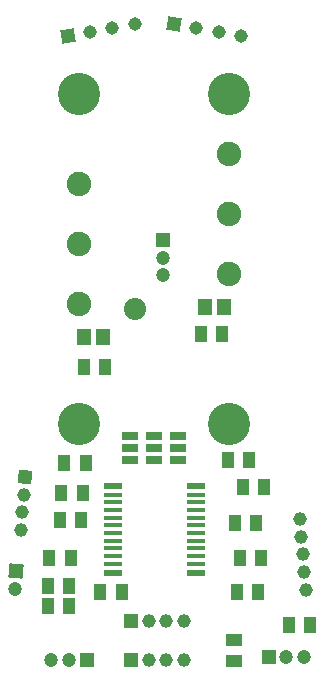
<source format=gbr>
%FSTAX23Y23*%
%MOMM*%
%SFA1B1*%

%IPPOS*%
%AMD25*
4,1,4,-0.650240,-0.546100,0.546100,-0.650240,0.650240,0.546100,-0.546100,0.650240,-0.650240,-0.546100,0.0*
%
%AMD26*
4,1,4,-0.622300,-0.520700,0.520700,-0.622300,0.622300,0.520700,-0.520700,0.622300,-0.622300,-0.520700,0.0*
%
%AMD39*
4,1,4,-0.662940,-0.464820,0.464820,-0.662940,0.662940,0.464820,-0.464820,0.662940,-0.662940,-0.464820,0.0*
%
%AMD42*
4,1,4,-0.464820,-0.662940,0.662940,-0.464820,0.464820,0.662940,-0.662940,0.464820,-0.464820,-0.662940,0.0*
%
%ADD11R,1.599997X0.599999*%
%ADD12R,1.599997X0.399999*%
%ADD15R,1.304637X1.456197*%
%ADD19R,1.199998X1.199998*%
%ADD20C,1.199998*%
%ADD21C,1.149998*%
%ADD23R,1.149998X1.149998*%
%ADD24R,1.199998X1.199998*%
G04~CAMADD=25~10~0.0~472.4~0.0~0.0~0.0~0.0~0~0.0~0.0~0.0~0.0~0~0.0~0.0~0.0~0.0~0~0.0~0.0~0.0~175.0~472.4~0.0*
%ADD25D25*%
G04~CAMADD=26~10~0.0~452.8~0.0~0.0~0.0~0.0~0~0.0~0.0~0.0~0.0~0~0.0~0.0~0.0~0.0~0~0.0~0.0~0.0~175.0~452.8~0.0*
%ADD26D26*%
%ADD35R,1.425997X1.075998*%
%ADD36R,1.075998X1.425997*%
%ADD37R,1.345997X0.710999*%
%ADD38C,1.145998*%
G04~CAMADD=39~10~0.0~451.2~0.0~0.0~0.0~0.0~0~0.0~0.0~0.0~0.0~0~0.0~0.0~0.0~0.0~0~0.0~0.0~0.0~170.0~451.2~0.0*
%ADD39D39*%
%ADD40C,2.075996*%
%ADD41C,1.875996*%
G04~CAMADD=42~10~0.0~451.2~0.0~0.0~0.0~0.0~0~0.0~0.0~0.0~0.0~0~0.0~0.0~0.0~0.0~0~0.0~0.0~0.0~190.0~451.2~0.0*
%ADD42D42*%
%ADD43C,3.575993*%
%LNflightstick_trigger_rightv2_soldermask_top-1*%
%LPD*%
G54D11*
X-09849Y-33154D03*
Y-40504D03*
X-02849Y-33154D03*
Y-40504D03*
G54D12*
X-09849Y-35854D03*
Y-36504D03*
Y-37154D03*
Y-37804D03*
Y-38454D03*
X-02849Y-39104D03*
Y-38454D03*
Y-37804D03*
Y-37154D03*
Y-36504D03*
X-09849Y-34554D03*
Y-33904D03*
X-02849Y-35204D03*
Y-35854D03*
X-09849Y-39754D03*
Y-39104D03*
Y-35204D03*
X-02849Y-39754D03*
Y-34554D03*
Y-33904D03*
G54D15*
X-02075Y-18034D03*
X-00464D03*
X-12279Y-20574D03*
X-10668D03*
G54D19*
X03325Y-47625D03*
X-12088Y-47879D03*
G54D20*
X06325Y-47625D03*
X-15088Y-47879D03*
X-13589D03*
X04826Y-47625D03*
X-05645Y-15342D03*
Y-13843D03*
X-18166Y-41855D03*
G54D21*
X06488Y-41947D03*
X06357Y-40453D03*
X06226Y-38959D03*
X06096Y-37465D03*
X05965Y-3597D03*
X-06833Y-47879D03*
X-05334D03*
X-03833D03*
X-17674Y-36903D03*
X-17543Y-35409D03*
X-17412Y-33914D03*
X-03845Y-44634D03*
X-05345D03*
X-06845D03*
G54D23*
X-08333Y-47879D03*
X-08345Y-44634D03*
G54D24*
X-05645Y-12342D03*
G54D25*
X-18035Y-40361D03*
G54D26*
X-17281Y-3242D03*
G54D35*
X00381Y-48016D03*
Y-46216D03*
G54D36*
X05068Y-44958D03*
X02434Y-42164D03*
X02677Y-39243D03*
X02296Y-36322D03*
X02931Y-33274D03*
X01661Y-30988D03*
X-02423Y-2032D03*
X01131Y-33274D03*
X00635Y-42164D03*
X-00623Y-2032D03*
X-10529Y-23114D03*
X-12329D03*
X-00137Y-30988D03*
X00496Y-36322D03*
X00877Y-39243D03*
X-13577Y-41656D03*
X-15377D03*
X-1345Y-39243D03*
X-1525D03*
X-12561Y-36068D03*
X-14361D03*
X-12434Y-33782D03*
X-14234D03*
X-1218Y-31242D03*
X-1398D03*
X06868Y-44958D03*
X-09121Y-42164D03*
X-10922D03*
X-13589Y-43307D03*
X-15388D03*
G54D37*
X-08382Y-29972D03*
Y-30988D03*
Y-28956D03*
X-0635Y-29972D03*
Y-30988D03*
Y-28956D03*
X-04318Y-29972D03*
Y-30988D03*
Y-28956D03*
G54D38*
X00958Y04926D03*
X-00917Y05257D03*
X-02794Y05588D03*
X-11782Y05257D03*
X-09906Y05588D03*
X-08029Y05918D03*
G54D39*
X-0467Y05918D03*
G54D40*
X0Y-1524D03*
Y-1016D03*
Y-0508D03*
X-127Y-0762D03*
Y-127D03*
Y-1778D03*
G54D41*
X-08001Y-18161D03*
G54D42*
X-13658Y04926D03*
G54D43*
X-127Y-2794D03*
X0D03*
X-127Y0D03*
X0D03*
M02*
</source>
